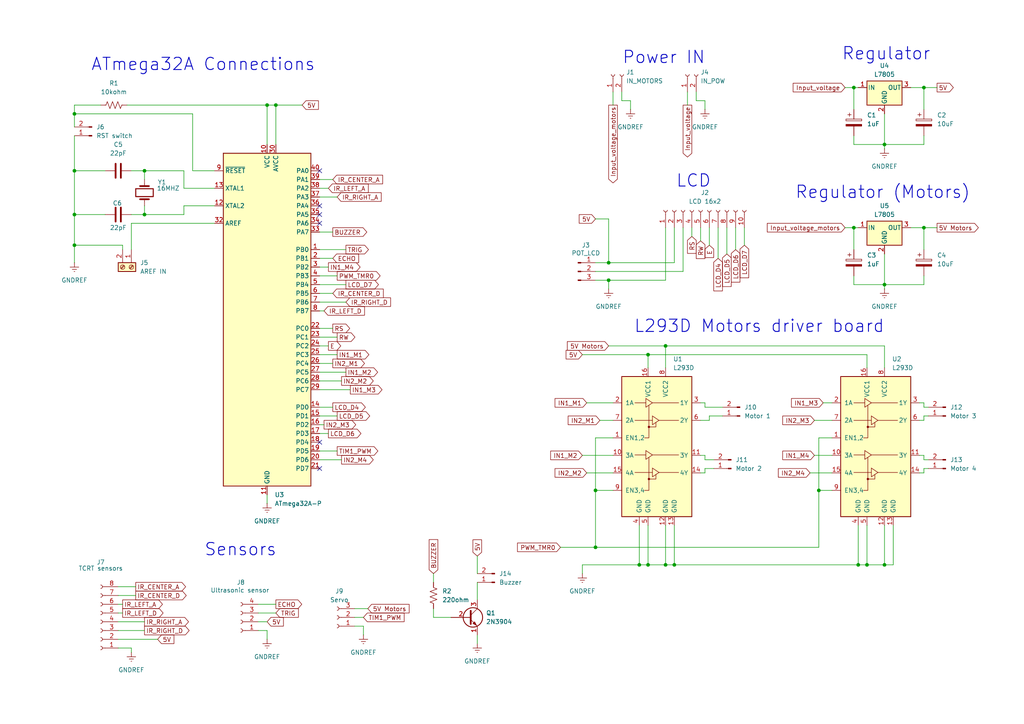
<source format=kicad_sch>
(kicad_sch (version 20231120) (generator "eeschema") (generator_version "8.0")
  (paper "A4")
  (title_block (title "Autonomous Vehicle (ATmega32A)") (date "2024-11-29") (rev "V1.0") (company "Basel Mohamed Mostafa Sayed") (comment 1 "AMIT Diploma graduation project"))
  (lib_symbols
    (symbol "Connector:Conn_01x02_Pin" (pin_names (offset 1.016) hide)
      (property "Reference" "J" (at 0 2.54 0))
      (property "Value" "Conn_01x02_Pin" (at 0 -5.08 0))
      (symbol "Conn_01x02_Pin_1_1"
        (pin passive line (at 5.08 0 180) (length 3.81) (name "Pin_1") (number "1"))
        (pin passive line (at 5.08 -2.54 180) (length 3.81) (name "Pin_2") (number "2"))
      )
    )
    (symbol "Connector:Conn_01x02_Socket" (pin_names (offset 1.016) hide)
      (property "Reference" "J" (at 0 2.54 0))
      (property "Value" "Conn_01x02_Socket" (at 0 -5.08 0))
      (symbol "Conn_01x02_Socket_1_1"
        (pin passive line (at -5.08 0 0) (length 3.81) (name "Pin_1") (number "1"))
        (pin passive line (at -5.08 -2.54 0) (length 3.81) (name "Pin_2") (number "2"))
      )
    )
    (symbol "Connector:Conn_01x03_Pin" (pin_names (offset 1.016) hide)
      (property "Reference" "J" (at 0 5.08 0))
      (property "Value" "Conn_01x03_Pin" (at 0 -5.08 0))
      (symbol "Conn_01x03_Pin_1_1"
        (pin passive line (at 5.08 2.54 180) (length 3.81) (name "Pin_1") (number "1"))
        (pin passive line (at 5.08 0 180) (length 3.81) (name "Pin_2") (number "2"))
        (pin passive line (at 5.08 -2.54 180) (length 3.81) (name "Pin_3") (number "3"))
      )
    )
    (symbol "Connector:Conn_01x03_Socket" (pin_names (offset 1.016) hide)
      (property "Reference" "J" (at 0 5.08 0))
      (property "Value" "Conn_01x03_Socket" (at 0 -5.08 0))
      (symbol "Conn_01x03_Socket_1_1"
        (pin passive line (at -5.08 2.54 0) (length 3.81) (name "Pin_1") (number "1"))
        (pin passive line (at -5.08 0 0) (length 3.81) (name "Pin_2") (number "2"))
        (pin passive line (at -5.08 -2.54 0) (length 3.81) (name "Pin_3") (number "3"))
      )
    )
    (symbol "Connector:Conn_01x04_Socket" (pin_names (offset 1.016) hide)
      (property "Reference" "J" (at 0 5.08 0))
      (property "Value" "Conn_01x04_Socket" (at 0 -7.62 0))
      (symbol "Conn_01x04_Socket_1_1"
        (pin passive line (at -5.08 2.54 0) (length 3.81) (name "Pin_1") (number "1"))
        (pin passive line (at -5.08 0 0) (length 3.81) (name "Pin_2") (number "2"))
        (pin passive line (at -5.08 -2.54 0) (length 3.81) (name "Pin_3") (number "3"))
        (pin passive line (at -5.08 -5.08 0) (length 3.81) (name "Pin_4") (number "4"))
      )
    )
    (symbol "Connector:Conn_01x08_Socket" (pin_names (offset 1.016) hide)
      (property "Reference" "J" (at 0 10.16 0))
      (property "Value" "Conn_01x08_Socket" (at 0 -12.7 0))
      (symbol "Conn_01x08_Socket_1_1"
        (pin passive line (at -5.08 7.62 0) (length 3.81) (name "Pin_1") (number "1"))
        (pin passive line (at -5.08 5.08 0) (length 3.81) (name "Pin_2") (number "2"))
        (pin passive line (at -5.08 2.54 0) (length 3.81) (name "Pin_3") (number "3"))
        (pin passive line (at -5.08 0 0) (length 3.81) (name "Pin_4") (number "4"))
        (pin passive line (at -5.08 -2.54 0) (length 3.81) (name "Pin_5") (number "5"))
        (pin passive line (at -5.08 -5.08 0) (length 3.81) (name "Pin_6") (number "6"))
        (pin passive line (at -5.08 -7.62 0) (length 3.81) (name "Pin_7") (number "7"))
        (pin passive line (at -5.08 -10.16 0) (length 3.81) (name "Pin_8") (number "8"))
      )
    )
    (symbol "Connector:Conn_01x10_Socket" (pin_names (offset 1.016) hide)
      (property "Reference" "J" (at 0 12.7 0))
      (property "Value" "Conn_01x10_Socket" (at 0 -15.24 0))
      (symbol "Conn_01x10_Socket_1_1"
        (pin passive line (at -5.08 10.16 0) (length 3.81) (name "Pin_1") (number "1"))
        (pin passive line (at -5.08 -12.7 0) (length 3.81) (name "Pin_10") (number "10"))
        (pin passive line (at -5.08 7.62 0) (length 3.81) (name "Pin_2") (number "2"))
        (pin passive line (at -5.08 5.08 0) (length 3.81) (name "Pin_3") (number "3"))
        (pin passive line (at -5.08 2.54 0) (length 3.81) (name "Pin_4") (number "4"))
        (pin passive line (at -5.08 0 0) (length 3.81) (name "Pin_5") (number "5"))
        (pin passive line (at -5.08 -2.54 0) (length 3.81) (name "Pin_6") (number "6"))
        (pin passive line (at -5.08 -5.08 0) (length 3.81) (name "Pin_7") (number "7"))
        (pin passive line (at -5.08 -7.62 0) (length 3.81) (name "Pin_8") (number "8"))
        (pin passive line (at -5.08 -10.16 0) (length 3.81) (name "Pin_9") (number "9"))
      )
    )
    (symbol "Connector:Screw_Terminal_01x02" (pin_names (offset 1.016) hide)
      (property "Reference" "J" (at 0 2.54 0))
      (property "Value" "Screw_Terminal_01x02" (at 0 -5.08 0))
      (symbol "Screw_Terminal_01x02_1_1"
        (pin passive line (at -5.08 0 0) (length 3.81) (name "Pin_1") (number "1"))
        (pin passive line (at -5.08 -2.54 0) (length 3.81) (name "Pin_2") (number "2"))
      )
    )
    (symbol "Device:C" (pin_numbers hide) (pin_names (offset 0.254))
      (property "Reference" "C" (at 0.635 2.54 0))
      (property "Value" "C" (at 0.635 -2.54 0))
      (symbol "C_1_1"
        (pin passive line (at 0 3.81 270) (length 2.794) (name "~") (number "1"))
        (pin passive line (at 0 -3.81 90) (length 2.794) (name "~") (number "2"))
      )
    )
    (symbol "Device:C_Polarized" (pin_numbers hide) (pin_names (offset 0.254))
      (property "Reference" "C" (at 0.635 2.54 0))
      (property "Value" "C_Polarized" (at 0.635 -2.54 0))
      (symbol "C_Polarized_1_1"
        (pin passive line (at 0 3.81 270) (length 2.794) (name "~") (number "1"))
        (pin passive line (at 0 -3.81 90) (length 2.794) (name "~") (number "2"))
      )
    )
    (symbol "Device:Crystal" (pin_numbers hide) (pin_names (offset 1.016) hide)
      (property "Reference" "Y" (at 0 3.81 0))
      (property "Value" "Crystal" (at 0 -3.81 0))
      (symbol "Crystal_1_1"
        (pin passive line (at -3.81 0 0) (length 1.27) (name "1") (number "1"))
        (pin passive line (at 3.81 0 180) (length 1.27) (name "2") (number "2"))
      )
    )
    (symbol "Device:R_US" (pin_numbers hide) (pin_names (offset 0))
      (property "Reference" "R" (at 2.54 0 90))
      (property "Value" "R_US" (at -2.54 0 90))
      (symbol "R_US_1_1"
        (pin passive line (at 0 3.81 270) (length 1.27) (name "~") (number "1"))
        (pin passive line (at 0 -3.81 90) (length 1.27) (name "~") (number "2"))
      )
    )
    (symbol "Driver_Motor:L293D" (pin_names (offset 1.016))
      (property "Reference" "U" (at -5.08 26.035 0))
      (property "Value" "L293D" (at -5.08 24.13 0))
      (symbol "L293D_1_1"
        (pin input line (at -12.7 5.08 0) (length 2.54) (name "EN1,2") (number "1"))
        (pin input line (at -12.7 0 0) (length 2.54) (name "3A") (number "10"))
        (pin output line (at 12.7 0 180) (length 2.54) (name "3Y") (number "11"))
        (pin power_in line (at 2.54 -20.32 90) (length 2.54) (name "GND") (number "12"))
        (pin power_in line (at 5.08 -20.32 90) (length 2.54) (name "GND") (number "13"))
        (pin output line (at 12.7 -5.08 180) (length 2.54) (name "4Y") (number "14"))
        (pin input line (at -12.7 -5.08 0) (length 2.54) (name "4A") (number "15"))
        (pin power_in line (at -2.54 25.4 270) (length 2.54) (name "VCC1") (number "16"))
        (pin input line (at -12.7 15.24 0) (length 2.54) (name "1A") (number "2"))
        (pin output line (at 12.7 15.24 180) (length 2.54) (name "1Y") (number "3"))
        (pin power_in line (at -5.08 -20.32 90) (length 2.54) (name "GND") (number "4"))
        (pin power_in line (at -2.54 -20.32 90) (length 2.54) (name "GND") (number "5"))
        (pin output line (at 12.7 10.16 180) (length 2.54) (name "2Y") (number "6"))
        (pin input line (at -12.7 10.16 0) (length 2.54) (name "2A") (number "7"))
        (pin power_in line (at 2.54 25.4 270) (length 2.54) (name "VCC2") (number "8"))
        (pin input line (at -12.7 -10.16 0) (length 2.54) (name "EN3,4") (number "9"))
      )
    )
    (symbol "MCU_Microchip_ATmega:ATmega32A-P"
      (property "Reference" "U" (at -12.7 49.53 0))
      (property "Value" "ATmega32A-P" (at 2.54 -49.53 0))
      (symbol "ATmega32A-P_1_1"
        (pin bidirectional line (at 15.24 20.32 180) (length 2.54) (name "PB0") (number "1"))
        (pin power_in line (at 0 50.8 270) (length 2.54) (name "VCC") (number "10"))
        (pin power_in line (at 0 -50.8 90) (length 2.54) (name "GND") (number "11"))
        (pin output line (at -15.24 33.02 0) (length 2.54) (name "XTAL2") (number "12"))
        (pin input line (at -15.24 38.1 0) (length 2.54) (name "XTAL1") (number "13"))
        (pin bidirectional line (at 15.24 -25.4 180) (length 2.54) (name "PD0") (number "14"))
        (pin bidirectional line (at 15.24 -27.94 180) (length 2.54) (name "PD1") (number "15"))
        (pin bidirectional line (at 15.24 -30.48 180) (length 2.54) (name "PD2") (number "16"))
        (pin bidirectional line (at 15.24 -33.02 180) (length 2.54) (name "PD3") (number "17"))
        (pin bidirectional line (at 15.24 -35.56 180) (length 2.54) (name "PD4") (number "18"))
        (pin bidirectional line (at 15.24 -38.1 180) (length 2.54) (name "PD5") (number "19"))
        (pin bidirectional line (at 15.24 17.78 180) (length 2.54) (name "PB1") (number "2"))
        (pin bidirectional line (at 15.24 -40.64 180) (length 2.54) (name "PD6") (number "20"))
        (pin bidirectional line (at 15.24 -43.18 180) (length 2.54) (name "PD7") (number "21"))
        (pin bidirectional line (at 15.24 -2.54 180) (length 2.54) (name "PC0") (number "22"))
        (pin bidirectional line (at 15.24 -5.08 180) (length 2.54) (name "PC1") (number "23"))
        (pin bidirectional line (at 15.24 -7.62 180) (length 2.54) (name "PC2") (number "24"))
        (pin bidirectional line (at 15.24 -10.16 180) (length 2.54) (name "PC3") (number "25"))
        (pin bidirectional line (at 15.24 -12.7 180) (length 2.54) (name "PC4") (number "26"))
        (pin bidirectional line (at 15.24 -15.24 180) (length 2.54) (name "PC5") (number "27"))
        (pin bidirectional line (at 15.24 -17.78 180) (length 2.54) (name "PC6") (number "28"))
        (pin bidirectional line (at 15.24 -20.32 180) (length 2.54) (name "PC7") (number "29"))
        (pin bidirectional line (at 15.24 15.24 180) (length 2.54) (name "PB2") (number "3"))
        (pin power_in line (at 2.54 50.8 270) (length 2.54) (name "AVCC") (number "30"))
        (pin passive line (at 0 -50.8 90) (length 2.54) hide (name "GND") (number "31"))
        (pin passive line (at -15.24 27.94 0) (length 2.54) (name "AREF") (number "32"))
        (pin bidirectional line (at 15.24 25.4 180) (length 2.54) (name "PA7") (number "33"))
        (pin bidirectional line (at 15.24 27.94 180) (length 2.54) (name "PA6") (number "34"))
        (pin bidirectional line (at 15.24 30.48 180) (length 2.54) (name "PA5") (number "35"))
        (pin bidirectional line (at 15.24 33.02 180) (length 2.54) (name "PA4") (number "36"))
        (pin bidirectional line (at 15.24 35.56 180) (length 2.54) (name "PA3") (number "37"))
        (pin bidirectional line (at 15.24 38.1 180) (length 2.54) (name "PA2") (number "38"))
        (pin bidirectional line (at 15.24 40.64 180) (length 2.54) (name "PA1") (number "39"))
        (pin bidirectional line (at 15.24 12.7 180) (length 2.54) (name "PB3") (number "4"))
        (pin bidirectional line (at 15.24 43.18 180) (length 2.54) (name "PA0") (number "40"))
        (pin bidirectional line (at 15.24 10.16 180) (length 2.54) (name "PB4") (number "5"))
        (pin bidirectional line (at 15.24 7.62 180) (length 2.54) (name "PB5") (number "6"))
        (pin bidirectional line (at 15.24 5.08 180) (length 2.54) (name "PB6") (number "7"))
        (pin bidirectional line (at 15.24 2.54 180) (length 2.54) (name "PB7") (number "8"))
        (pin input line (at -15.24 43.18 0) (length 2.54) (name "~{RESET}") (number "9"))
      )
    )
    (symbol "Regulator_Linear:L7805" (pin_names (offset 0.254))
      (property "Reference" "U" (at -3.81 3.175 0))
      (property "Value" "L7805" (at 0 3.175 0))
      (symbol "L7805_1_1"
        (pin power_in line (at -7.62 0 0) (length 2.54) (name "IN") (number "1"))
        (pin power_in line (at 0 -7.62 90) (length 2.54) (name "GND") (number "2"))
        (pin power_out line (at 7.62 0 180) (length 2.54) (name "OUT") (number "3"))
      )
    )
    (symbol "Transistor_BJT:2N3904" (pin_names (offset 0) hide)
      (property "Reference" "Q" (at 5.08 1.905 0))
      (property "Value" "2N3904" (at 5.08 0 0))
      (symbol "2N3904_1_1"
        (pin passive line (at 2.54 -5.08 90) (length 2.54) (name "E") (number "1"))
        (pin passive line (at -5.08 0 0) (length 5.715) (name "B") (number "2"))
        (pin passive line (at 2.54 5.08 270) (length 2.54) (name "C") (number "3"))
      )
    )
    (symbol "power:GNDREF" (power) (pin_numbers hide) (pin_names (offset 0) hide)
      (property "Value" "GNDREF" (at 0 -3.81 0))
      (symbol "GNDREF_1_1"
        (pin power_in line (at 0 0 270) (length 0) (name "~") (number "1"))
      )
    )
  )
  (junction (at 251.46 163.83))
  (junction (at 267.97 66.04))
  (junction (at 21.59 49.53))
  (junction (at 195.58 163.83))
  (junction (at 187.96 102.87))
  (junction (at 172.72 158.75))
  (junction (at 172.72 142.24))
  (junction (at 193.04 163.83))
  (junction (at 248.92 163.83))
  (junction (at 77.47 30.48))
  (junction (at 267.97 25.4))
  (junction (at 41.91 49.53))
  (junction (at 247.65 25.4))
  (junction (at 193.04 100.33))
  (junction (at 185.42 163.83))
  (junction (at 247.65 66.04))
  (junction (at 237.49 142.24))
  (junction (at 256.54 163.83))
  (junction (at 256.54 41.91))
  (junction (at 187.96 163.83))
  (junction (at 176.53 76.2))
  (junction (at 41.91 62.23))
  (junction (at 176.53 81.28))
  (junction (at 21.59 71.12))
  (junction (at 256.54 82.55))
  (junction (at 80.01 30.48))
  (junction (at 21.59 62.23))
  (junction (at 21.59 33.02))
  (no_connect (at 92.71 59.69))
  (no_connect (at 92.71 135.89))
  (no_connect (at 92.71 64.77))
  (no_connect (at 92.71 128.27))
  (no_connect (at 92.71 62.23))
  (no_connect (at 92.71 49.53))
  (wire (pts (xy 241.3 127) (xy 237.49 127)))
  (wire (pts (xy 237.49 158.75) (xy 237.49 142.24)))
  (wire (pts (xy 77.47 143.51) (xy 77.47 146.05)))
  (wire (pts (xy 92.71 133.35) (xy 99.06 133.35)))
  (wire (pts (xy 199.39 26.67) (xy 199.39 30.48)))
  (wire (pts (xy 92.71 57.15) (xy 97.79 57.15)))
  (wire (pts (xy 177.8 127) (xy 172.72 127)))
  (wire (pts (xy 204.47 116.84) (xy 203.2 116.84)))
  (wire (pts (xy 92.71 97.79) (xy 97.79 97.79)))
  (wire (pts (xy 34.29 187.96) (xy 38.1 187.96)))
  (wire (pts (xy 247.65 41.91) (xy 256.54 41.91)))
  (wire (pts (xy 55.88 33.02) (xy 21.59 33.02)))
  (wire (pts (xy 236.22 121.92) (xy 241.3 121.92)))
  (wire (pts (xy 187.96 163.83) (xy 185.42 163.83)))
  (wire (pts (xy 92.71 52.07) (xy 96.52 52.07)))
  (wire (pts (xy 34.29 182.88) (xy 41.91 182.88)))
  (wire (pts (xy 269.24 133.35) (xy 267.97 133.35)))
  (wire (pts (xy 256.54 100.33) (xy 193.04 100.33)))
  (wire (pts (xy 92.71 80.01) (xy 97.79 80.01)))
  (wire (pts (xy 92.71 125.73) (xy 95.25 125.73)))
  (wire (pts (xy 259.08 152.4) (xy 259.08 163.83)))
  (wire (pts (xy 204.47 118.11) (xy 204.47 116.84)))
  (wire (pts (xy 34.29 180.34) (xy 41.91 180.34)))
  (wire (pts (xy 267.97 25.4) (xy 271.78 25.4)))
  (wire (pts (xy 193.04 152.4) (xy 193.04 163.83)))
  (wire (pts (xy 92.71 100.33) (xy 95.25 100.33)))
  (wire (pts (xy 74.93 182.88) (xy 77.47 182.88)))
  (wire (pts (xy 176.53 76.2) (xy 172.72 76.2)))
  (wire (pts (xy 21.59 71.12) (xy 21.59 76.2)))
  (wire (pts (xy 267.97 132.08) (xy 266.7 132.08)))
  (wire (pts (xy 256.54 106.68) (xy 256.54 100.33)))
  (wire (pts (xy 38.1 64.77) (xy 38.1 72.39)))
  (wire (pts (xy 30.48 62.23) (xy 21.59 62.23)))
  (wire (pts (xy 168.91 102.87) (xy 187.96 102.87)))
  (wire (pts (xy 168.91 163.83) (xy 168.91 166.37)))
  (wire (pts (xy 204.47 29.21) (xy 204.47 31.75)))
  (wire (pts (xy 213.36 66.04) (xy 213.36 72.39)))
  (wire (pts (xy 256.54 73.66) (xy 256.54 82.55)))
  (wire (pts (xy 36.83 30.48) (xy 77.47 30.48)))
  (wire (pts (xy 92.71 113.03) (xy 101.6 113.03)))
  (wire (pts (xy 172.72 142.24) (xy 177.8 142.24)))
  (wire (pts (xy 92.71 118.11) (xy 96.52 118.11)))
  (wire (pts (xy 77.47 30.48) (xy 77.47 41.91)))
  (wire (pts (xy 256.54 82.55) (xy 267.97 82.55)))
  (wire (pts (xy 204.47 135.89) (xy 207.01 135.89)))
  (wire (pts (xy 92.71 67.31) (xy 96.52 67.31)))
  (wire (pts (xy 74.93 177.8) (xy 80.01 177.8)))
  (wire (pts (xy 92.71 77.47) (xy 95.25 77.47)))
  (wire (pts (xy 195.58 163.83) (xy 193.04 163.83)))
  (wire (pts (xy 267.97 39.37) (xy 267.97 41.91)))
  (wire (pts (xy 38.1 187.96) (xy 38.1 189.23)))
  (wire (pts (xy 256.54 163.83) (xy 251.46 163.83)))
  (wire (pts (xy 200.66 66.04) (xy 200.66 68.58)))
  (wire (pts (xy 77.47 182.88) (xy 77.47 185.42)))
  (wire (pts (xy 251.46 152.4) (xy 251.46 163.83)))
  (wire (pts (xy 267.97 25.4) (xy 267.97 31.75)))
  (wire (pts (xy 256.54 152.4) (xy 256.54 163.83)))
  (wire (pts (xy 198.12 78.74) (xy 198.12 66.04)))
  (wire (pts (xy 34.29 172.72) (xy 39.37 172.72)))
  (wire (pts (xy 204.47 137.16) (xy 204.47 135.89)))
  (wire (pts (xy 53.34 54.61) (xy 53.34 49.53)))
  (wire (pts (xy 41.91 49.53) (xy 41.91 52.07)))
  (wire (pts (xy 21.59 71.12) (xy 35.56 71.12)))
  (wire (pts (xy 247.65 25.4) (xy 248.92 25.4)))
  (wire (pts (xy 195.58 152.4) (xy 195.58 163.83)))
  (wire (pts (xy 201.93 26.67) (xy 201.93 29.21)))
  (wire (pts (xy 193.04 81.28) (xy 176.53 81.28)))
  (wire (pts (xy 162.56 158.75) (xy 172.72 158.75)))
  (wire (pts (xy 172.72 63.5) (xy 176.53 63.5)))
  (wire (pts (xy 247.65 25.4) (xy 247.65 31.75)))
  (wire (pts (xy 180.34 26.67) (xy 180.34 29.21)))
  (wire (pts (xy 102.87 181.61) (xy 105.41 181.61)))
  (wire (pts (xy 193.04 100.33) (xy 193.04 106.68)))
  (wire (pts (xy 256.54 43.18) (xy 256.54 41.91)))
  (wire (pts (xy 92.71 120.65) (xy 97.79 120.65)))
  (wire (pts (xy 34.29 175.26) (xy 35.56 175.26)))
  (wire (pts (xy 62.23 54.61) (xy 53.34 54.61)))
  (wire (pts (xy 207.01 133.35) (xy 204.47 133.35)))
  (wire (pts (xy 176.53 100.33) (xy 193.04 100.33)))
  (wire (pts (xy 269.24 120.65) (xy 267.97 120.65)))
  (wire (pts (xy 245.11 66.04) (xy 247.65 66.04)))
  (wire (pts (xy 77.47 30.48) (xy 80.01 30.48)))
  (wire (pts (xy 92.71 102.87) (xy 97.79 102.87)))
  (wire (pts (xy 21.59 30.48) (xy 21.59 33.02)))
  (wire (pts (xy 170.18 116.84) (xy 177.8 116.84)))
  (wire (pts (xy 55.88 49.53) (xy 55.88 33.02)))
  (wire (pts (xy 185.42 163.83) (xy 168.91 163.83)))
  (wire (pts (xy 237.49 127) (xy 237.49 142.24)))
  (wire (pts (xy 256.54 83.82) (xy 256.54 82.55)))
  (wire (pts (xy 80.01 30.48) (xy 80.01 41.91)))
  (wire (pts (xy 247.65 66.04) (xy 248.92 66.04)))
  (wire (pts (xy 92.71 85.09) (xy 96.52 85.09)))
  (wire (pts (xy 215.9 66.04) (xy 215.9 71.12)))
  (wire (pts (xy 245.11 25.4) (xy 247.65 25.4)))
  (wire (pts (xy 264.16 66.04) (xy 267.97 66.04)))
  (wire (pts (xy 92.71 72.39) (xy 100.33 72.39)))
  (wire (pts (xy 172.72 81.28) (xy 176.53 81.28)))
  (wire (pts (xy 267.97 116.84) (xy 266.7 116.84)))
  (wire (pts (xy 92.71 95.25) (xy 96.52 95.25)))
  (wire (pts (xy 267.97 66.04) (xy 267.97 72.39)))
  (wire (pts (xy 138.43 168.91) (xy 138.43 173.99)))
  (wire (pts (xy 34.29 177.8) (xy 35.56 177.8)))
  (wire (pts (xy 29.21 30.48) (xy 21.59 30.48)))
  (wire (pts (xy 168.91 132.08) (xy 177.8 132.08)))
  (wire (pts (xy 173.99 121.92) (xy 177.8 121.92)))
  (wire (pts (xy 236.22 132.08) (xy 241.3 132.08)))
  (wire (pts (xy 125.73 166.37) (xy 125.73 168.91)))
  (wire (pts (xy 267.97 80.01) (xy 267.97 82.55)))
  (wire (pts (xy 172.72 78.74) (xy 198.12 78.74)))
  (wire (pts (xy 92.71 87.63) (xy 100.33 87.63)))
  (wire (pts (xy 269.24 118.11) (xy 267.97 118.11)))
  (wire (pts (xy 267.97 120.65) (xy 267.97 121.92)))
  (wire (pts (xy 205.74 121.92) (xy 205.74 120.65)))
  (wire (pts (xy 74.93 175.26) (xy 80.01 175.26)))
  (wire (pts (xy 180.34 29.21) (xy 182.88 29.21)))
  (wire (pts (xy 256.54 33.02) (xy 256.54 41.91)))
  (wire (pts (xy 130.81 179.07) (xy 125.73 179.07)))
  (wire (pts (xy 201.93 29.21) (xy 204.47 29.21)))
  (wire (pts (xy 172.72 158.75) (xy 172.72 142.24)))
  (wire (pts (xy 138.43 161.29) (xy 138.43 166.37)))
  (wire (pts (xy 53.34 49.53) (xy 41.91 49.53)))
  (wire (pts (xy 267.97 135.89) (xy 267.97 137.16)))
  (wire (pts (xy 92.71 82.55) (xy 100.33 82.55)))
  (wire (pts (xy 21.59 49.53) (xy 21.59 62.23)))
  (wire (pts (xy 204.47 132.08) (xy 203.2 132.08)))
  (wire (pts (xy 251.46 106.68) (xy 251.46 102.87)))
  (wire (pts (xy 267.97 66.04) (xy 271.78 66.04)))
  (wire (pts (xy 267.97 118.11) (xy 267.97 116.84)))
  (wire (pts (xy 195.58 76.2) (xy 176.53 76.2)))
  (wire (pts (xy 193.04 163.83) (xy 187.96 163.83)))
  (wire (pts (xy 205.74 120.65) (xy 209.55 120.65)))
  (wire (pts (xy 41.91 59.69) (xy 41.91 62.23)))
  (wire (pts (xy 264.16 25.4) (xy 267.97 25.4)))
  (wire (pts (xy 267.97 137.16) (xy 266.7 137.16)))
  (wire (pts (xy 21.59 62.23) (xy 21.59 71.12)))
  (wire (pts (xy 92.71 130.81) (xy 97.79 130.81)))
  (wire (pts (xy 92.71 90.17) (xy 93.98 90.17)))
  (wire (pts (xy 176.53 81.28) (xy 176.53 83.82)))
  (wire (pts (xy 53.34 62.23) (xy 41.91 62.23)))
  (wire (pts (xy 187.96 102.87) (xy 187.96 106.68)))
  (wire (pts (xy 74.93 180.34) (xy 77.47 180.34)))
  (wire (pts (xy 203.2 137.16) (xy 204.47 137.16)))
  (wire (pts (xy 62.23 59.69) (xy 53.34 59.69)))
  (wire (pts (xy 35.56 72.39) (xy 35.56 71.12)))
  (wire (pts (xy 92.71 107.95) (xy 100.33 107.95)))
  (wire (pts (xy 92.71 105.41) (xy 96.52 105.41)))
  (wire (pts (xy 92.71 54.61) (xy 95.25 54.61)))
  (wire (pts (xy 125.73 179.07) (xy 125.73 176.53)))
  (wire (pts (xy 34.29 185.42) (xy 45.72 185.42)))
  (wire (pts (xy 80.01 30.48) (xy 87.63 30.48)))
  (wire (pts (xy 251.46 102.87) (xy 187.96 102.87)))
  (wire (pts (xy 182.88 29.21) (xy 182.88 31.75)))
  (wire (pts (xy 248.92 152.4) (xy 248.92 163.83)))
  (wire (pts (xy 21.59 39.37) (xy 21.59 49.53)))
  (wire (pts (xy 102.87 179.07) (xy 105.41 179.07)))
  (wire (pts (xy 267.97 121.92) (xy 266.7 121.92)))
  (wire (pts (xy 259.08 163.83) (xy 256.54 163.83)))
  (wire (pts (xy 172.72 127) (xy 172.72 142.24)))
  (wire (pts (xy 177.8 26.67) (xy 177.8 30.48)))
  (wire (pts (xy 172.72 158.75) (xy 237.49 158.75)))
  (wire (pts (xy 102.87 176.53) (xy 106.68 176.53)))
  (wire (pts (xy 176.53 63.5) (xy 176.53 76.2)))
  (wire (pts (xy 62.23 49.53) (xy 55.88 49.53)))
  (wire (pts (xy 62.23 64.77) (xy 38.1 64.77)))
  (wire (pts (xy 187.96 152.4) (xy 187.96 163.83)))
  (wire (pts (xy 38.1 49.53) (xy 41.91 49.53)))
  (wire (pts (xy 238.76 116.84) (xy 241.3 116.84)))
  (wire (pts (xy 41.91 62.23) (xy 38.1 62.23)))
  (wire (pts (xy 92.71 74.93) (xy 96.52 74.93)))
  (wire (pts (xy 269.24 135.89) (xy 267.97 135.89)))
  (wire (pts (xy 247.65 66.04) (xy 247.65 72.39)))
  (wire (pts (xy 203.2 66.04) (xy 203.2 69.85)))
  (wire (pts (xy 267.97 133.35) (xy 267.97 132.08)))
  (wire (pts (xy 204.47 133.35) (xy 204.47 132.08)))
  (wire (pts (xy 247.65 82.55) (xy 256.54 82.55)))
  (wire (pts (xy 30.48 49.53) (xy 21.59 49.53)))
  (wire (pts (xy 210.82 66.04) (xy 210.82 73.66)))
  (wire (pts (xy 195.58 66.04) (xy 195.58 76.2)))
  (wire (pts (xy 138.43 184.15) (xy 138.43 186.69)))
  (wire (pts (xy 247.65 39.37) (xy 247.65 41.91)))
  (wire (pts (xy 193.04 66.04) (xy 193.04 81.28)))
  (wire (pts (xy 247.65 80.01) (xy 247.65 82.55)))
  (wire (pts (xy 209.55 118.11) (xy 204.47 118.11)))
  (wire (pts (xy 53.34 59.69) (xy 53.34 62.23)))
  (wire (pts (xy 256.54 41.91) (xy 267.97 41.91)))
  (wire (pts (xy 92.71 110.49) (xy 99.06 110.49)))
  (wire (pts (xy 34.29 170.18) (xy 39.37 170.18)))
  (wire (pts (xy 185.42 152.4) (xy 185.42 163.83)))
  (wire (pts (xy 92.71 123.19) (xy 93.98 123.19)))
  (wire (pts (xy 251.46 163.83) (xy 248.92 163.83)))
  (wire (pts (xy 208.28 66.04) (xy 208.28 74.93)))
  (wire (pts (xy 205.74 66.04) (xy 205.74 71.12)))
  (wire (pts (xy 21.59 33.02) (xy 21.59 36.83)))
  (wire (pts (xy 248.92 163.83) (xy 195.58 163.83)))
  (wire (pts (xy 170.18 137.16) (xy 177.8 137.16)))
  (wire (pts (xy 105.41 181.61) (xy 105.41 184.15)))
  (wire (pts (xy 237.49 142.24) (xy 241.3 142.24)))
  (wire (pts (xy 234.95 137.16) (xy 241.3 137.16)))
  (wire (pts (xy 203.2 121.92) (xy 205.74 121.92)))
  (text "Regulator (Motors)" (at 256.032 55.88 0) (effects (font (size 3.556 3.556) (thickness 0.254) (bold yes))))
  (text "LCD" (at 201.168 52.578 0) (effects (font (size 3.556 3.556) (thickness 0.254) (bold yes))))
  (text "Power IN\n" (at 192.532 16.764 0) (effects (font (size 3.556 3.556) (thickness 0.254) (bold yes))))
  (text "Sensors \n" (at 71.12 159.512 0) (effects (font (size 3.556 3.556) (thickness 0.254) (bold yes))))
  (text "Regulator\n\n" (at 257.048 18.542 0) (effects (font (size 3.556 3.556) (thickness 0.254) (bold yes))))
  (text "ATmega32A Connections" (at 58.928 18.796 0) (effects (font (size 3.556 3.556) (thickness 0.254) (bold yes))))
  (text "L293D Motors driver board\n" (at 220.218 94.742 0) (effects (font (size 3.556 3.556) (thickness 0.254) (bold yes))))
  (global_label "TRIG" (shape output) (at 100.33 72.39 0) (property "Intersheetrefs" "${INTERSHEET_REFS}" (effects (hide yes))))
  (global_label "IN1_M3" (shape output) (at 101.6 113.03 0) (property "Intersheetrefs" "${INTERSHEET_REFS}" (effects (hide yes))))
  (global_label "IR_LEFT_A" (shape output) (at 35.56 175.26 0) (property "Intersheetrefs" "${INTERSHEET_REFS}" (effects (hide yes))))
  (global_label "IN1_M4" (shape output) (at 95.25 77.47 0) (property "Intersheetrefs" "${INTERSHEET_REFS}" (effects (hide yes))))
  (global_label "IN1_M3" (shape input) (at 238.76 116.84 180) (property "Intersheetrefs" "${INTERSHEET_REFS}" (effects (hide yes))))
  (global_label "LCD_D5" (shape input) (at 210.82 73.66 270) (property "Intersheetrefs" "${INTERSHEET_REFS}" (effects (hide yes))))
  (global_label "IN1_M2" (shape output) (at 100.33 107.95 0) (property "Intersheetrefs" "${INTERSHEET_REFS}" (effects (hide yes))))
  (global_label "5V" (shape input) (at 172.72 63.5 180) (property "Intersheetrefs" "${INTERSHEET_REFS}" (effects (hide yes))))
  (global_label "Input_voltage_motors" (shape output) (at 177.8 30.48 270) (property "Intersheetrefs" "${INTERSHEET_REFS}" (effects (hide yes))))
  (global_label "IR_CENTER_D" (shape output) (at 39.37 172.72 0) (property "Intersheetrefs" "${INTERSHEET_REFS}" (effects (hide yes))))
  (global_label "TIM1_PWM" (shape input) (at 105.41 179.07 0) (property "Intersheetrefs" "${INTERSHEET_REFS}" (effects (hide yes))))
  (global_label "5V" (shape input) (at 87.63 30.48 0) (property "Intersheetrefs" "${INTERSHEET_REFS}" (effects (hide yes))))
  (global_label "5V" (shape input) (at 168.91 102.87 180) (property "Intersheetrefs" "${INTERSHEET_REFS}" (effects (hide yes))))
  (global_label "ECHO" (shape input) (at 96.52 74.93 0) (property "Intersheetrefs" "${INTERSHEET_REFS}" (effects (hide yes))))
  (global_label "IR_RIGHT_D" (shape input) (at 100.33 87.63 0) (property "Intersheetrefs" "${INTERSHEET_REFS}" (effects (hide yes))))
  (global_label "E" (shape output) (at 95.25 100.33 0) (property "Intersheetrefs" "${INTERSHEET_REFS}" (effects (hide yes))))
  (global_label "Input_voltage" (shape output) (at 199.39 30.48 270) (property "Intersheetrefs" "${INTERSHEET_REFS}" (effects (hide yes))))
  (global_label "BUZZER" (shape input) (at 125.73 166.37 90) (property "Intersheetrefs" "${INTERSHEET_REFS}" (effects (hide yes))))
  (global_label "5V" (shape input) (at 77.47 180.34 0) (property "Intersheetrefs" "${INTERSHEET_REFS}" (effects (hide yes))))
  (global_label "IR_CENTER_A" (shape input) (at 96.52 52.07 0) (property "Intersheetrefs" "${INTERSHEET_REFS}" (effects (hide yes))))
  (global_label "TIM1_PWM" (shape output) (at 97.79 130.81 0) (property "Intersheetrefs" "${INTERSHEET_REFS}" (effects (hide yes))))
  (global_label "5V Motors" (shape input) (at 106.68 176.53 0) (property "Intersheetrefs" "${INTERSHEET_REFS}" (effects (hide yes))))
  (global_label "IN1_M1" (shape input) (at 170.18 116.84 180) (property "Intersheetrefs" "${INTERSHEET_REFS}" (effects (hide yes))))
  (global_label "IN2_M4" (shape output) (at 99.06 133.35 0) (property "Intersheetrefs" "${INTERSHEET_REFS}" (effects (hide yes))))
  (global_label "IN2_M1" (shape input) (at 173.99 121.92 180) (property "Intersheetrefs" "${INTERSHEET_REFS}" (effects (hide yes))))
  (global_label "IR_RIGHT_A" (shape input) (at 97.79 57.15 0) (property "Intersheetrefs" "${INTERSHEET_REFS}" (effects (hide yes))))
  (global_label "ECHO" (shape output) (at 80.01 175.26 0) (property "Intersheetrefs" "${INTERSHEET_REFS}" (effects (hide yes))))
  (global_label "IR_CENTER_A" (shape output) (at 39.37 170.18 0) (property "Intersheetrefs" "${INTERSHEET_REFS}" (effects (hide yes))))
  (global_label "IN1_M2" (shape input) (at 168.91 132.08 180) (property "Intersheetrefs" "${INTERSHEET_REFS}" (effects (hide yes))))
  (global_label "LCD_D7" (shape output) (at 100.33 82.55 0) (property "Intersheetrefs" "${INTERSHEET_REFS}" (effects (hide yes))))
  (global_label "IR_RIGHT_D" (shape output) (at 41.91 182.88 0) (property "Intersheetrefs" "${INTERSHEET_REFS}" (effects (hide yes))))
  (global_label "IN2_M2" (shape output) (at 99.06 110.49 0) (property "Intersheetrefs" "${INTERSHEET_REFS}" (effects (hide yes))))
  (global_label "E" (shape input) (at 205.74 71.12 270) (property "Intersheetrefs" "${INTERSHEET_REFS}" (effects (hide yes))))
  (global_label "5V" (shape output) (at 271.78 25.4 0) (property "Intersheetrefs" "${INTERSHEET_REFS}" (effects (hide yes))))
  (global_label "LCD_D4" (shape output) (at 96.52 118.11 0) (property "Intersheetrefs" "${INTERSHEET_REFS}" (effects (hide yes))))
  (global_label "IR_LEFT_D" (shape output) (at 35.56 177.8 0) (property "Intersheetrefs" "${INTERSHEET_REFS}" (effects (hide yes))))
  (global_label "RS" (shape output) (at 96.52 95.25 0) (property "Intersheetrefs" "${INTERSHEET_REFS}" (effects (hide yes))))
  (global_label "Input_voltage" (shape input) (at 245.11 25.4 180) (property "Intersheetrefs" "${INTERSHEET_REFS}" (effects (hide yes))))
  (global_label "IR_LEFT_D" (shape input) (at 93.98 90.17 0) (property "Intersheetrefs" "${INTERSHEET_REFS}" (effects (hide yes))))
  (global_label "IN2_M3" (shape input) (at 236.22 121.92 180) (property "Intersheetrefs" "${INTERSHEET_REFS}" (effects (hide yes))))
  (global_label "RW" (shape input) (at 203.2 69.85 270) (property "Intersheetrefs" "${INTERSHEET_REFS}" (effects (hide yes))))
  (global_label "5V" (shape input) (at 138.43 161.29 90) (property "Intersheetrefs" "${INTERSHEET_REFS}" (effects (hide yes))))
  (global_label "LCD_D4" (shape input) (at 208.28 74.93 270) (property "Intersheetrefs" "${INTERSHEET_REFS}" (effects (hide yes))))
  (global_label "RW" (shape output) (at 97.79 97.79 0) (property "Intersheetrefs" "${INTERSHEET_REFS}" (effects (hide yes))))
  (global_label "IN2_M1" (shape output) (at 96.52 105.41 0) (property "Intersheetrefs" "${INTERSHEET_REFS}" (effects (hide yes))))
  (global_label "5V Motors" (shape output) (at 271.78 66.04 0) (property "Intersheetrefs" "${INTERSHEET_REFS}" (effects (hide yes))))
  (global_label "IN2_M4" (shape input) (at 234.95 137.16 180) (property "Intersheetrefs" "${INTERSHEET_REFS}" (effects (hide yes))))
  (global_label "LCD_D7" (shape input) (at 215.9 71.12 270) (property "Intersheetrefs" "${INTERSHEET_REFS}" (effects (hide yes))))
  (global_label "BUZZER" (shape output) (at 96.52 67.31 0) (property "Intersheetrefs" "${INTERSHEET_REFS}" (effects (hide yes))))
  (global_label "5V Motors" (shape input) (at 176.53 100.33 180) (property "Intersheetrefs" "${INTERSHEET_REFS}" (effects (hide yes))))
  (global_label "IR_RIGHT_A" (shape output) (at 41.91 180.34 0) (property "Intersheetrefs" "${INTERSHEET_REFS}" (effects (hide yes))))
  (global_label "LCD_D6" (shape input) (at 213.36 72.39 270) (property "Intersheetrefs" "${INTERSHEET_REFS}" (effects (hide yes))))
  (global_label "TRIG" (shape input) (at 80.01 177.8 0) (property "Intersheetrefs" "${INTERSHEET_REFS}" (effects (hide yes))))
  (global_label "5V" (shape input) (at 45.72 185.42 0) (property "Intersheetrefs" "${INTERSHEET_REFS}" (effects (hide yes))))
  (global_label "IN1_M4" (shape input) (at 236.22 132.08 180) (property "Intersheetrefs" "${INTERSHEET_REFS}" (effects (hide yes))))
  (global_label "IR_LEFT_A" (shape input) (at 95.25 54.61 0) (property "Intersheetrefs" "${INTERSHEET_REFS}" (effects (hide yes))))
  (global_label "PWM_TMR0" (shape input) (at 162.56 158.75 180) (property "Intersheetrefs" "${INTERSHEET_REFS}" (effects (hide yes))))
  (global_label "IN1_M1" (shape output) (at 97.79 102.87 0) (property "Intersheetrefs" "${INTERSHEET_REFS}" (effects (hide yes))))
  (global_label "IR_CENTER_D" (shape input) (at 96.52 85.09 0) (property "Intersheetrefs" "${INTERSHEET_REFS}" (effects (hide yes))))
  (global_label "PWM_TMR0" (shape output) (at 97.79 80.01 0) (property "Intersheetrefs" "${INTERSHEET_REFS}" (effects (hide yes))))
  (global_label "IN2_M3" (shape output) (at 93.98 123.19 0) (property "Intersheetrefs" "${INTERSHEET_REFS}" (effects (hide yes))))
  (global_label "Input_voltage_motors" (shape input) (at 245.11 66.04 180) (property "Intersheetrefs" "${INTERSHEET_REFS}" (effects (hide yes))))
  (global_label "LCD_D6" (shape output) (at 95.25 125.73 0) (property "Intersheetrefs" "${INTERSHEET_REFS}" (effects (hide yes))))
  (global_label "LCD_D5" (shape output) (at 97.79 120.65 0) (property "Intersheetrefs" "${INTERSHEET_REFS}" (effects (hide yes))))
  (global_label "IN2_M2" (shape input) (at 170.18 137.16 180) (property "Intersheetrefs" "${INTERSHEET_REFS}" (effects (hide yes))))
  (global_label "RS" (shape input) (at 200.66 68.58 270) (property "Intersheetrefs" "${INTERSHEET_REFS}" (effects (hide yes))))
  (symbol (lib_id "power:GNDREF") (at 182.88 31.75 0) (unit 1)
    (property "Reference" "#PWR01" (effects (hide yes)))
    (property "Value" "GNDREF" (at 182.88 36.83 0))
    (property "Description" "Power symbol creates a global label with name \"GNDREF\" , reference supply ground" (effects (hide yes)))
  )
  (symbol (lib_id "Regulator_Linear:L7805") (at 256.54 66.04 0) (unit 1)
    (property "Reference" "U5" (at 256.54 59.69 0))
    (property "Value" "L7805" (at 256.54 62.23 0))
    (property "Footprint" "Package_TO_SOT_THT:TO-220-3_Vertical" (effects (hide yes)))
    (property "Datasheet" "http://www.st.com/content/ccc/resource/technical/document/datasheet/41/4f/b3/b0/12/d4/47/88/CD00000444.pdf/files/CD00000444.pdf/jcr:content/translations/en.CD00000444.pdf" (effects (hide yes)))
    (property "Description" "Positive 1.5A 35V Linear Regulator, Fixed Output 5V, TO-220/TO-263/TO-252" (effects (hide yes)))
  )
  (symbol (lib_id "Connector:Conn_01x02_Pin") (at 214.63 120.65 180) (unit 1)
    (property "Reference" "J10" (at 215.9 118.1099 0) (effects (justify right)))
    (property "Value" "Motor 1" (at 215.9 120.6499 0) (effects (justify right)))
    (property "Footprint" "Connector_PinHeader_2.54mm:PinHeader_1x02_P2.54mm_Vertical" (effects (hide yes)))
    (property "Description" "Generic connector, single row, 01x02, script generated" (effects (hide yes)))
  )
  (symbol (lib_id "power:GNDREF") (at 176.53 83.82 0) (unit 1)
    (property "Reference" "#PWR03" (effects (hide yes)))
    (property "Value" "GNDREF" (at 176.53 88.9 0))
    (property "Description" "Power symbol creates a global label with name \"GNDREF\" , reference supply ground" (effects (hide yes)))
  )
  (symbol (lib_id "power:GNDREF") (at 38.1 189.23 0) (unit 1)
    (property "Reference" "#PWR07" (effects (hide yes)))
    (property "Value" "GNDREF" (at 38.1 194.31 0))
    (property "Description" "Power symbol creates a global label with name \"GNDREF\" , reference supply ground" (effects (hide yes)))
  )
  (symbol (lib_id "Connector:Conn_01x04_Socket") (at 69.85 180.34 180) (unit 1)
    (property "Reference" "J8" (at 69.85 168.91 0))
    (property "Value" "Ultrasonic sensor" (at 69.596 171.196 0))
    (property "Footprint" "Connector_PinSocket_2.54mm:PinSocket_1x04_P2.54mm_Vertical" (effects (hide yes)))
    (property "Description" "Generic connector, single row, 01x04, script generated" (effects (hide yes)))
  )
  (symbol (lib_id "Connector:Conn_01x08_Socket") (at 29.21 180.34 180) (unit 1)
    (property "Reference" "J7" (at 29.21 163.068 0))
    (property "Value" "TCRT sensors" (at 29.21 164.846 0))
    (property "Footprint" "Connector_PinSocket_2.54mm:PinSocket_1x08_P2.54mm_Vertical" (effects (hide yes)))
    (property "Description" "Generic connector, single row, 01x08, script generated" (effects (hide yes)))
  )
  (symbol (lib_id "Connector:Conn_01x02_Socket") (at 177.8 21.59 90) (unit 1)
    (property "Reference" "J1" (at 181.61 20.9549 90) (effects (justify right)))
    (property "Value" "IN_MOTORS" (at 181.61 23.4949 90) (effects (justify right)))
    (property "Footprint" "Connector_PinSocket_2.54mm:PinSocket_1x02_P2.54mm_Vertical" (effects (hide yes)))
    (property "Description" "Generic connector, single row, 01x02, script generated" (effects (hide yes)))
  )
  (symbol (lib_id "power:GNDREF") (at 105.41 184.15 0) (unit 1)
    (property "Reference" "#PWR010" (effects (hide yes)))
    (property "Value" "GNDREF" (at 105.41 189.23 0))
    (property "Description" "Power symbol creates a global label with name \"GNDREF\" , reference supply ground" (effects (hide yes)))
  )
  (symbol (lib_id "Driver_Motor:L293D") (at 190.5 132.08 0) (unit 1)
    (property "Reference" "U1" (at 195.2341 104.14 0) (effects (justify left)))
    (property "Value" "L293D" (at 195.2341 106.68 0) (effects (justify left)))
    (property "Footprint" "Package_DIP:DIP-16_W7.62mm_Socket_LongPads" (effects (hide yes)))
    (property "Datasheet" "http://www.ti.com/lit/ds/symlink/l293.pdf" (effects (hide yes)))
    (property "Description" "Quadruple Half-H Drivers" (effects (hide yes)))
  )
  (symbol (lib_id "Connector:Conn_01x02_Pin") (at 212.09 135.89 180) (unit 1)
    (property "Reference" "J11" (at 213.36 133.3499 0) (effects (justify right)))
    (property "Value" "Motor 2" (at 213.36 135.8899 0) (effects (justify right)))
    (property "Footprint" "Connector_PinHeader_2.54mm:PinHeader_1x02_P2.54mm_Vertical" (effects (hide yes)))
    (property "Description" "Generic connector, single row, 01x02, script generated" (effects (hide yes)))
  )
  (symbol (lib_id "Device:R_US") (at 33.02 30.48 90) (unit 1)
    (property "Reference" "R1" (at 33.02 24.13 90))
    (property "Value" "10kohm" (at 33.02 26.67 90))
    (property "Footprint" "Resistor_THT:R_Axial_DIN0414_L11.9mm_D4.5mm_P7.62mm_Vertical" (effects (hide yes)))
    (property "Description" "Resistor, US symbol" (effects (hide yes)))
  )
  (symbol (lib_id "Connector:Conn_01x02_Pin") (at 274.32 120.65 180) (unit 1)
    (property "Reference" "J12" (at 275.59 118.1099 0) (effects (justify right)))
    (property "Value" "Motor 3" (at 275.59 120.6499 0) (effects (justify right)))
    (property "Footprint" "Connector_PinHeader_2.54mm:PinHeader_1x02_P2.54mm_Vertical" (effects (hide yes)))
    (property "Description" "Generic connector, single row, 01x02, script generated" (effects (hide yes)))
  )
  (symbol (lib_id "Device:C_Polarized") (at 267.97 35.56 0) (unit 1)
    (property "Reference" "C2" (at 271.78 33.4009 0) (effects (justify left)))
    (property "Value" "10uF" (at 271.78 35.9409 0) (effects (justify left)))
    (property "Description" "Polarized capacitor" (effects (hide yes)))
  )
  (symbol (lib_id "Regulator_Linear:L7805") (at 256.54 25.4 0) (unit 1)
    (property "Reference" "U4" (at 256.54 19.05 0))
    (property "Value" "L7805" (at 256.54 21.59 0))
    (property "Footprint" "Package_TO_SOT_THT:TO-220-3_Vertical" (effects (hide yes)))
    (property "Datasheet" "http://www.st.com/content/ccc/resource/technical/document/datasheet/41/4f/b3/b0/12/d4/47/88/CD00000444.pdf/files/CD00000444.pdf/jcr:content/translations/en.CD00000444.pdf" (effects (hide yes)))
    (property "Description" "Positive 1.5A 35V Linear Regulator, Fixed Output 5V, TO-220/TO-263/TO-252" (effects (hide yes)))
  )
  (symbol (lib_id "power:GNDREF") (at 256.54 83.82 0) (unit 1)
    (property "Reference" "#PWR05" (effects (hide yes)))
    (property "Value" "GNDREF" (at 256.54 88.9 0))
    (property "Description" "Power symbol creates a global label with name \"GNDREF\" , reference supply ground" (effects (hide yes)))
  )
  (symbol (lib_id "Device:C") (at 34.29 62.23 90) (unit 1)
    (property "Reference" "C6" (at 34.036 58.928 90))
    (property "Value" "22pF" (at 34.29 66.04 90))
    (property "Description" "Unpolarized capacitor" (effects (hide yes)))
  )
  (symbol (lib_id "Transistor_BJT:2N3904") (at 135.89 179.07 0) (unit 1)
    (property "Reference" "Q1" (at 140.97 177.7999 0) (effects (justify left)))
    (property "Value" "2N3904" (at 140.97 180.3399 0) (effects (justify left)))
    (property "Footprint" "Package_TO_SOT_THT:TO-92_Inline_Wide" (effects (hide yes)))
    (property "Datasheet" "https://www.onsemi.com/pub/Collateral/2N3903-D.PDF" (effects (hide yes)))
    (property "Description" "0.2A Ic, 40V Vce, Small Signal NPN Transistor, TO-92" (effects (hide yes)))
  )
  (symbol (lib_id "Connector:Conn_01x02_Socket") (at 199.39 21.59 90) (unit 1)
    (property "Reference" "J4" (at 203.2 20.9549 90) (effects (justify right)))
    (property "Value" "IN_POW" (at 203.2 23.4949 90) (effects (justify right)))
    (property "Footprint" "Connector_PinSocket_2.54mm:PinSocket_1x02_P2.54mm_Vertical" (effects (hide yes)))
    (property "Description" "Generic connector, single row, 01x02, script generated" (effects (hide yes)))
  )
  (symbol (lib_id "power:GNDREF") (at 204.47 31.75 0) (unit 1)
    (property "Reference" "#PWR04" (effects (hide yes)))
    (property "Value" "GNDREF" (at 204.47 36.83 0))
    (property "Description" "Power symbol creates a global label with name \"GNDREF\" , reference supply ground" (effects (hide yes)))
  )
  (symbol (lib_id "power:GNDREF") (at 138.43 186.69 0) (unit 1)
    (property "Reference" "#PWR012" (effects (hide yes)))
    (property "Value" "GNDREF" (at 138.43 191.77 0))
    (property "Description" "Power symbol creates a global label with name \"GNDREF\" , reference supply ground" (effects (hide yes)))
  )
  (symbol (lib_id "Connector:Conn_01x02_Pin") (at 26.67 39.37 180) (unit 1)
    (property "Reference" "J6" (at 27.94 36.8299 0) (effects (justify right)))
    (property "Value" "RST switch" (at 27.94 39.3699 0) (effects (justify right)))
    (property "Footprint" "Connector_PinHeader_2.54mm:PinHeader_1x02_P2.54mm_Vertical" (effects (hide yes)))
    (property "Description" "Generic connector, single row, 01x02, script generated" (effects (hide yes)))
  )
  (symbol (lib_id "power:GNDREF") (at 168.91 166.37 0) (unit 1)
    (property "Reference" "#PWR011" (effects (hide yes)))
    (property "Value" "GNDREF" (at 168.91 171.45 0))
    (property "Description" "Power symbol creates a global label with name \"GNDREF\" , reference supply ground" (effects (hide yes)))
  )
  (symbol (lib_id "power:GNDREF") (at 77.47 146.05 0) (unit 1)
    (property "Reference" "#PWR08" (effects (hide yes)))
    (property "Value" "GNDREF" (at 77.47 151.13 0))
    (property "Description" "Power symbol creates a global label with name \"GNDREF\" , reference supply ground" (effects (hide yes)))
  )
  (symbol (lib_id "Device:C_Polarized") (at 247.65 35.56 0) (unit 1)
    (property "Reference" "C1" (at 251.46 33.4009 0) (effects (justify left)))
    (property "Value" "1uF" (at 251.46 35.9409 0) (effects (justify left)))
    (property "Footprint" "Capacitor_THT:CP_Radial_D10.0mm_P2.50mm" (effects (hide yes)))
    (property "Description" "Polarized capacitor" (effects (hide yes)))
  )
  (symbol (lib_id "Device:Crystal") (at 41.91 55.88 270) (unit 1)
    (property "Reference" "Y1" (at 45.72 52.832 90) (effects (justify left)))
    (property "Value" "16MHZ" (at 45.466 54.61 90) (effects (justify left)))
    (property "Footprint" "Crystal:Crystal_HC50_Vertical" (effects (hide yes)))
    (property "Description" "Two pin crystal" (effects (hide yes)))
  )
  (symbol (lib_id "Connector:Conn_01x02_Pin") (at 143.51 168.91 180) (unit 1)
    (property "Reference" "J14" (at 144.78 166.3699 0) (effects (justify right)))
    (property "Value" "Buzzer" (at 144.78 168.9099 0) (effects (justify right)))
    (property "Description" "Generic connector, single row, 01x02, script generated" (effects (hide yes)))
  )
  (symbol (lib_id "Device:C") (at 34.29 49.53 90) (unit 1)
    (property "Reference" "C5" (at 34.29 41.91 90))
    (property "Value" "22pF" (at 34.29 44.45 90))
    (property "Footprint" "Capacitor_THT:C_Disc_D8.0mm_W2.5mm_P5.00mm" (effects (hide yes)))
    (property "Description" "Unpolarized capacitor" (effects (hide yes)))
  )
  (symbol (lib_id "Device:C_Polarized") (at 247.65 76.2 0) (unit 1)
    (property "Reference" "C3" (at 251.46 74.0409 0) (effects (justify left)))
    (property "Value" "1uF" (at 251.46 76.5809 0) (effects (justify left)))
    (property "Footprint" "Capacitor_THT:CP_Radial_D10.0mm_P2.50mm" (effects (hide yes)))
    (property "Description" "Polarized capacitor" (effects (hide yes)))
  )
  (symbol (lib_id "Connector:Conn_01x10_Socket") (at 203.2 60.96 90) (unit 1)
    (property "Reference" "J2" (at 204.47 55.88 90))
    (property "Value" "LCD 16x2" (at 204.47 58.42 90))
    (property "Footprint" "Connector_PinSocket_2.54mm:PinSocket_1x10_P2.54mm_Vertical" (effects (hide yes)))
    (property "Description" "Generic connector, single row, 01x10, script generated" (effects (hide yes)))
  )
  (symbol (lib_id "power:GNDREF") (at 77.47 185.42 0) (unit 1)
    (property "Reference" "#PWR09" (effects (hide yes)))
    (property "Value" "GNDREF" (at 77.47 190.5 0))
    (property "Description" "Power symbol creates a global label with name \"GNDREF\" , reference supply ground" (effects (hide yes)))
  )
  (symbol (lib_id "Device:C_Polarized") (at 267.97 76.2 0) (unit 1)
    (property "Reference" "C4" (at 271.78 74.0409 0) (effects (justify left)))
    (property "Value" "10uF" (at 271.78 76.5809 0) (effects (justify left)))
    (property "Description" "Polarized capacitor" (effects (hide yes)))
  )
  (symbol (lib_id "power:GNDREF") (at 21.59 76.2 0) (unit 1)
    (property "Reference" "#PWR06" (effects (hide yes)))
    (property "Value" "GNDREF" (at 21.59 81.28 0))
    (property "Description" "Power symbol creates a global label with name \"GNDREF\" , reference supply ground" (effects (hide yes)))
  )
  (symbol (lib_id "Connector:Conn_01x03_Socket") (at 97.79 179.07 180) (unit 1)
    (property "Reference" "J9" (at 98.425 171.45 0))
    (property "Value" "Servo" (at 98.425 173.99 0))
    (property "Footprint" "Connector_PinSocket_2.54mm:PinSocket_1x03_P2.54mm_Vertical" (effects (hide yes)))
    (property "Description" "Generic connector, single row, 01x03, script generated" (effects (hide yes)))
  )
  (symbol (lib_id "Connector:Conn_01x02_Pin") (at 274.32 135.89 180) (unit 1)
    (property "Reference" "J13" (at 275.59 133.3499 0) (effects (justify right)))
    (property "Value" "Motor 4" (at 275.59 135.8899 0) (effects (justify right)))
    (property "Footprint" "Connector_PinHeader_2.54mm:PinHeader_1x02_P2.54mm_Vertical" (effects (hide yes)))
    (property "Description" "Generic connector, single row, 01x02, script generated" (effects (hide yes)))
  )
  (symbol (lib_id "Device:R_US") (at 125.73 172.72 180) (unit 1)
    (property "Reference" "R2" (at 128.27 171.4499 0) (effects (justify right)))
    (property "Value" "220ohm" (at 128.27 173.9899 0) (effects (justify right)))
    (property "Footprint" "Resistor_THT:R_Axial_DIN0414_L11.9mm_D4.5mm_P7.62mm_Vertical" (effects (hide yes)))
    (property "Description" "Resistor, US symbol" (effects (hide yes)))
  )
  (symbol (lib_id "Connector:Conn_01x03_Pin") (at 167.64 78.74 0) (unit 1)
    (property "Reference" "J3" (at 169.926 71.12 0))
    (property "Value" "POT_LCD" (at 169.926 73.406 0))
    (property "Footprint" "Connector_PinHeader_2.54mm:PinHeader_1x03_P2.54mm_Vertical" (effects (hide yes)))
    (property "Description" "Generic connector, single row, 01x03, script generated" (effects (hide yes)))
  )
  (symbol (lib_id "power:GNDREF") (at 256.54 43.18 0) (unit 1)
    (property "Reference" "#PWR02" (effects (hide yes)))
    (property "Value" "GNDREF" (at 256.54 48.26 0))
    (property "Description" "Power symbol creates a global label with name \"GNDREF\" , reference supply ground" (effects (hide yes)))
  )
  (symbol (lib_id "MCU_Microchip_ATmega:ATmega32A-P") (at 77.47 92.71 0) (unit 1)
    (property "Reference" "U3" (at 79.6641 143.51 0) (effects (justify left)))
    (property "Value" "ATmega32A-P" (at 79.6641 146.05 0) (effects (justify left)))
    (property "Footprint" "Package_DIP:DIP-40_W15.24mm_Socket_LongPads" (effects (hide yes)))
    (property "Datasheet" "http://ww1.microchip.com/downloads/en/DeviceDoc/atmel-8155-8-bit-microcontroller-avr-atmega32a_datasheet.pdf" (effects (hide yes)))
    (property "Description" "16MHz, 32kB Flash, 2kB SRAM, 1kB EEPROM, JTAG, DIP-40" (effects (hide yes)))
  )
  (symbol (lib_id "Driver_Motor:L293D") (at 254 132.08 0) (unit 1)
    (property "Reference" "U2" (at 258.7341 104.14 0) (effects (justify left)))
    (property "Value" "L293D" (at 258.7341 106.68 0) (effects (justify left)))
    (property "Footprint" "Package_DIP:DIP-16_W7.62mm" (effects (hide yes)))
    (property "Datasheet" "http://www.ti.com/lit/ds/symlink/l293.pdf" (effects (hide yes)))
    (property "Description" "Quadruple Half-H Drivers" (effects (hide yes)))
  )
  (symbol (lib_id "Connector:Screw_Terminal_01x02") (at 38.1 77.47 270) (unit 1)
    (property "Reference" "J5" (at 40.64 76.1999 90) (effects (justify left)))
    (property "Value" "AREF IN" (at 40.64 78.7399 90) (effects (justify left)))
    (property "Footprint" "TerminalBlock_Phoenix:TerminalBlock_Phoenix_MKDS-3-2-5.08_1x02_P5.08mm_Horizontal" (effects (hide yes)))
    (property "Description" "Generic screw terminal, single row, 01x02, script generated (kicad-library-utils/schlib/autogen/connector/)" (effects (hide yes)))
  )
)
</source>
